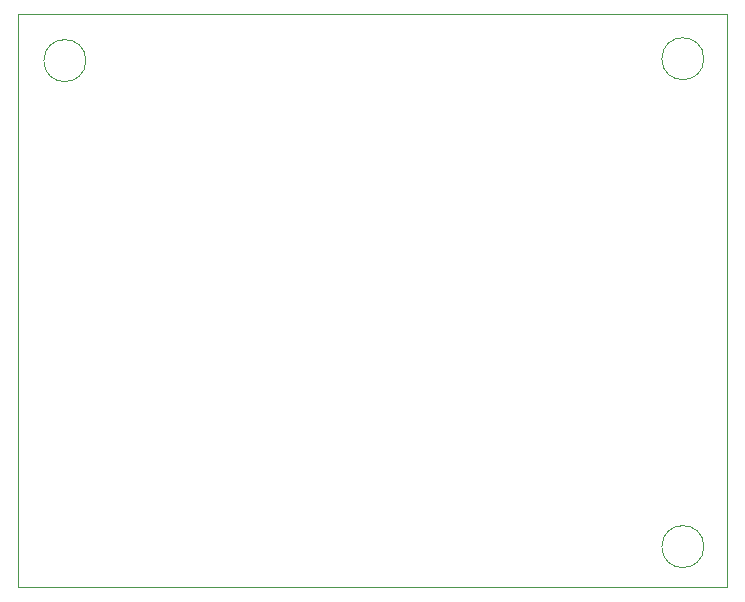
<source format=gbr>
%TF.GenerationSoftware,KiCad,Pcbnew,9.0.2*%
%TF.CreationDate,2025-07-07T13:49:35+02:00*%
%TF.ProjectId,Particulate_matters,50617274-6963-4756-9c61-74655f6d6174,rev?*%
%TF.SameCoordinates,Original*%
%TF.FileFunction,Profile,NP*%
%FSLAX46Y46*%
G04 Gerber Fmt 4.6, Leading zero omitted, Abs format (unit mm)*
G04 Created by KiCad (PCBNEW 9.0.2) date 2025-07-07 13:49:35*
%MOMM*%
%LPD*%
G01*
G04 APERTURE LIST*
%TA.AperFunction,Profile*%
%ADD10C,0.050000*%
%TD*%
G04 APERTURE END LIST*
D10*
X131064000Y-101092000D02*
G75*
G02*
X127508000Y-101092000I-1778000J0D01*
G01*
X127508000Y-101092000D02*
G75*
G02*
X131064000Y-101092000I1778000J0D01*
G01*
X131064000Y-59785600D02*
G75*
G02*
X127508000Y-59785600I-1778000J0D01*
G01*
X127508000Y-59785600D02*
G75*
G02*
X131064000Y-59785600I1778000J0D01*
G01*
X78740000Y-59944000D02*
G75*
G02*
X75184000Y-59944000I-1778000J0D01*
G01*
X75184000Y-59944000D02*
G75*
G02*
X78740000Y-59944000I1778000J0D01*
G01*
X73000000Y-56000000D02*
X133000000Y-56000000D01*
X133000000Y-104542000D01*
X73000000Y-104542000D01*
X73000000Y-56000000D01*
M02*

</source>
